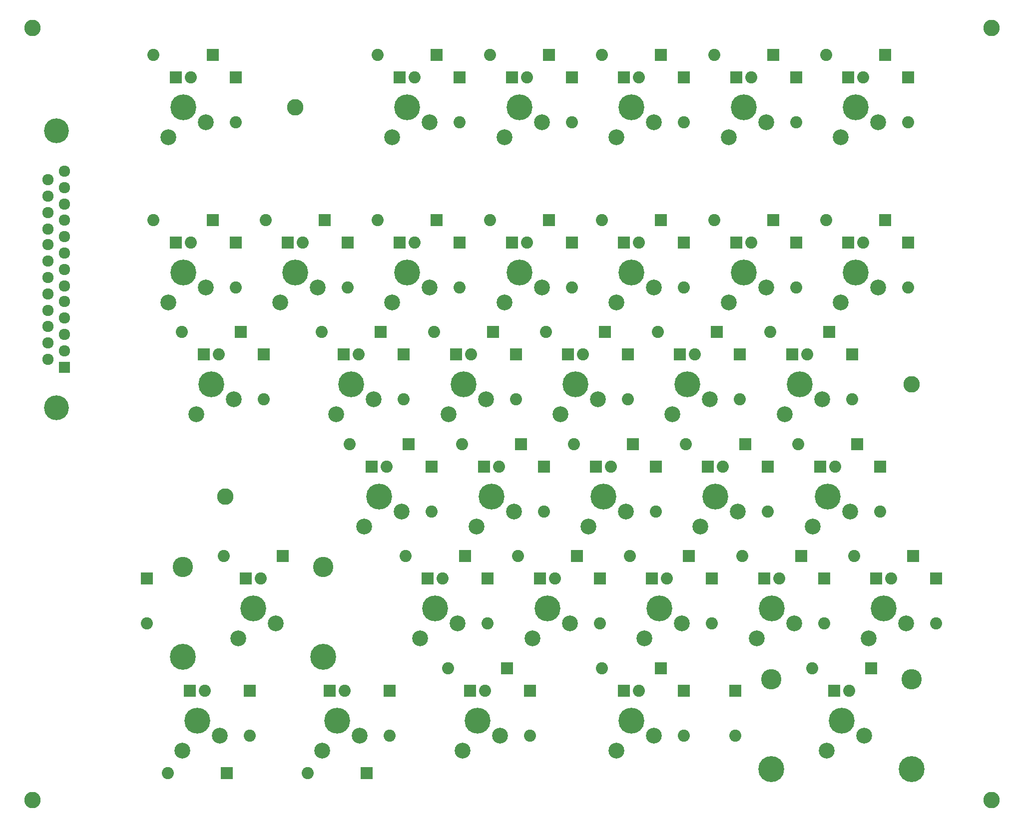
<source format=gbr>
G04 #@! TF.FileFunction,Soldermask,Top*
%FSLAX46Y46*%
G04 Gerber Fmt 4.6, Leading zero omitted, Abs format (unit mm)*
G04 Created by KiCad (PCBNEW 4.0.7) date 01/13/18 22:59:49*
%MOMM*%
%LPD*%
G01*
G04 APERTURE LIST*
%ADD10C,0.100000*%
%ADD11C,4.210000*%
%ADD12R,1.924000X1.924000*%
%ADD13C,1.924000*%
%ADD14C,2.686000*%
%ADD15C,4.387800*%
%ADD16C,2.051000*%
%ADD17R,2.051000X2.051000*%
%ADD18C,4.400000*%
%ADD19C,3.450000*%
%ADD20C,2.800000*%
G04 APERTURE END LIST*
D10*
D11*
X7500000Y-21005000D03*
X7500000Y-67995000D03*
D12*
X8897000Y-61137000D03*
D13*
X8897000Y-58343000D03*
X8897000Y-55549000D03*
X8897000Y-52755000D03*
X8897000Y-49961000D03*
X8897000Y-47294000D03*
X8897000Y-44500000D03*
X8897000Y-41706000D03*
X8897000Y-38912000D03*
X8897000Y-36118000D03*
X8897000Y-33451000D03*
X8897000Y-30657000D03*
X8897000Y-27863000D03*
X6103000Y-59740000D03*
X6103000Y-56946000D03*
X6103000Y-54152000D03*
X6103000Y-51485000D03*
X6103000Y-48691000D03*
X6103000Y-45897000D03*
X6103000Y-43103000D03*
X6103000Y-40309000D03*
X6103000Y-37642000D03*
X6103000Y-34848000D03*
X6103000Y-32054000D03*
X6103000Y-29260000D03*
D14*
X26460000Y-22080000D03*
X32810000Y-19540000D03*
D15*
X29000000Y-17000000D03*
D16*
X37890000Y-19540000D03*
D17*
X37890000Y-11920000D03*
D16*
X30270000Y-11920000D03*
D17*
X27730000Y-11920000D03*
X34000000Y-8110000D03*
D16*
X24000000Y-8110000D03*
D14*
X64460000Y-22080000D03*
X70810000Y-19540000D03*
D15*
X67000000Y-17000000D03*
D16*
X75890000Y-19540000D03*
D17*
X75890000Y-11920000D03*
D16*
X68270000Y-11920000D03*
D17*
X65730000Y-11920000D03*
X72000000Y-8110000D03*
D16*
X62000000Y-8110000D03*
D14*
X83460000Y-22080000D03*
X89810000Y-19540000D03*
D15*
X86000000Y-17000000D03*
D16*
X94890000Y-19540000D03*
D17*
X94890000Y-11920000D03*
D16*
X87270000Y-11920000D03*
D17*
X84730000Y-11920000D03*
X91000000Y-8110000D03*
D16*
X81000000Y-8110000D03*
D14*
X102460000Y-22080000D03*
X108810000Y-19540000D03*
D15*
X105000000Y-17000000D03*
D16*
X113890000Y-19540000D03*
D17*
X113890000Y-11920000D03*
D16*
X106270000Y-11920000D03*
D17*
X103730000Y-11920000D03*
X110000000Y-8110000D03*
D16*
X100000000Y-8110000D03*
D14*
X121460000Y-22080000D03*
X127810000Y-19540000D03*
D15*
X124000000Y-17000000D03*
D16*
X132890000Y-19540000D03*
D17*
X132890000Y-11920000D03*
D16*
X125270000Y-11920000D03*
D17*
X122730000Y-11920000D03*
X129000000Y-8110000D03*
D16*
X119000000Y-8110000D03*
D14*
X140460000Y-22080000D03*
X146810000Y-19540000D03*
D15*
X143000000Y-17000000D03*
D16*
X151890000Y-19540000D03*
D17*
X151890000Y-11920000D03*
D16*
X144270000Y-11920000D03*
D17*
X141730000Y-11920000D03*
X148000000Y-8110000D03*
D16*
X138000000Y-8110000D03*
D14*
X45460000Y-50080000D03*
X51810000Y-47540000D03*
D15*
X48000000Y-45000000D03*
D16*
X56890000Y-47540000D03*
D17*
X56890000Y-39920000D03*
D16*
X49270000Y-39920000D03*
D17*
X46730000Y-39920000D03*
X53000000Y-36110000D03*
D16*
X43000000Y-36110000D03*
D14*
X64460000Y-50080000D03*
X70810000Y-47540000D03*
D15*
X67000000Y-45000000D03*
D16*
X75890000Y-47540000D03*
D17*
X75890000Y-39920000D03*
D16*
X68270000Y-39920000D03*
D17*
X65730000Y-39920000D03*
X72000000Y-36110000D03*
D16*
X62000000Y-36110000D03*
D14*
X83460000Y-50080000D03*
X89810000Y-47540000D03*
D15*
X86000000Y-45000000D03*
D16*
X94890000Y-47540000D03*
D17*
X94890000Y-39920000D03*
D16*
X87270000Y-39920000D03*
D17*
X84730000Y-39920000D03*
X91000000Y-36110000D03*
D16*
X81000000Y-36110000D03*
D14*
X102460000Y-50080000D03*
X108810000Y-47540000D03*
D15*
X105000000Y-45000000D03*
D16*
X113890000Y-47540000D03*
D17*
X113890000Y-39920000D03*
D16*
X106270000Y-39920000D03*
D17*
X103730000Y-39920000D03*
X110000000Y-36110000D03*
D16*
X100000000Y-36110000D03*
D14*
X121460000Y-50080000D03*
X127810000Y-47540000D03*
D15*
X124000000Y-45000000D03*
D16*
X132890000Y-47540000D03*
D17*
X132890000Y-39920000D03*
D16*
X125270000Y-39920000D03*
D17*
X122730000Y-39920000D03*
X129000000Y-36110000D03*
D16*
X119000000Y-36110000D03*
D14*
X140460000Y-50080000D03*
X146810000Y-47540000D03*
D15*
X143000000Y-45000000D03*
D16*
X151890000Y-47540000D03*
D17*
X151890000Y-39920000D03*
D16*
X144270000Y-39920000D03*
D17*
X141730000Y-39920000D03*
X148000000Y-36110000D03*
D16*
X138000000Y-36110000D03*
D14*
X59710000Y-88080000D03*
X66060000Y-85540000D03*
D15*
X62250000Y-83000000D03*
D16*
X71140000Y-85540000D03*
D17*
X71140000Y-77920000D03*
D16*
X63520000Y-77920000D03*
D17*
X60980000Y-77920000D03*
X67250000Y-74110000D03*
D16*
X57250000Y-74110000D03*
D14*
X145210000Y-107080000D03*
X151560000Y-104540000D03*
D15*
X147750000Y-102000000D03*
D16*
X156640000Y-104540000D03*
D17*
X156640000Y-96920000D03*
D16*
X149020000Y-96920000D03*
D17*
X146480000Y-96920000D03*
X152750000Y-93110000D03*
D16*
X142750000Y-93110000D03*
D14*
X107210000Y-107080000D03*
X113560000Y-104540000D03*
D15*
X109750000Y-102000000D03*
D16*
X118640000Y-104540000D03*
D17*
X118640000Y-96920000D03*
D16*
X111020000Y-96920000D03*
D17*
X108480000Y-96920000D03*
X114750000Y-93110000D03*
D16*
X104750000Y-93110000D03*
D14*
X97710000Y-88080000D03*
X104060000Y-85540000D03*
D15*
X100250000Y-83000000D03*
D16*
X109140000Y-85540000D03*
D17*
X109140000Y-77920000D03*
D16*
X101520000Y-77920000D03*
D17*
X98980000Y-77920000D03*
X105250000Y-74110000D03*
D16*
X95250000Y-74110000D03*
D14*
X92960000Y-69080000D03*
X99310000Y-66540000D03*
D15*
X95500000Y-64000000D03*
D16*
X104390000Y-66540000D03*
D17*
X104390000Y-58920000D03*
D16*
X96770000Y-58920000D03*
D17*
X94230000Y-58920000D03*
X100500000Y-55110000D03*
D16*
X90500000Y-55110000D03*
D14*
X116710000Y-88080000D03*
X123060000Y-85540000D03*
D15*
X119250000Y-83000000D03*
D16*
X128140000Y-85540000D03*
D17*
X128140000Y-77920000D03*
D16*
X120520000Y-77920000D03*
D17*
X117980000Y-77920000D03*
X124250000Y-74110000D03*
D16*
X114250000Y-74110000D03*
D14*
X135710000Y-88080000D03*
X142060000Y-85540000D03*
D15*
X138250000Y-83000000D03*
D16*
X147140000Y-85540000D03*
D17*
X147140000Y-77920000D03*
D16*
X139520000Y-77920000D03*
D17*
X136980000Y-77920000D03*
X143250000Y-74110000D03*
D16*
X133250000Y-74110000D03*
D14*
X54960000Y-69080000D03*
X61310000Y-66540000D03*
D15*
X57500000Y-64000000D03*
D16*
X66390000Y-66540000D03*
D17*
X66390000Y-58920000D03*
D16*
X58770000Y-58920000D03*
D17*
X56230000Y-58920000D03*
X62500000Y-55110000D03*
D16*
X52500000Y-55110000D03*
D14*
X111960000Y-69080000D03*
X118310000Y-66540000D03*
D15*
X114500000Y-64000000D03*
D16*
X123390000Y-66540000D03*
D17*
X123390000Y-58920000D03*
D16*
X115770000Y-58920000D03*
D17*
X113230000Y-58920000D03*
X119500000Y-55110000D03*
D16*
X109500000Y-55110000D03*
D14*
X78710000Y-88080000D03*
X85060000Y-85540000D03*
D15*
X81250000Y-83000000D03*
D16*
X90140000Y-85540000D03*
D17*
X90140000Y-77920000D03*
D16*
X82520000Y-77920000D03*
D17*
X79980000Y-77920000D03*
X86250000Y-74110000D03*
D16*
X76250000Y-74110000D03*
D14*
X130960000Y-69080000D03*
X137310000Y-66540000D03*
D15*
X133500000Y-64000000D03*
D16*
X142390000Y-66540000D03*
D17*
X142390000Y-58920000D03*
D16*
X134770000Y-58920000D03*
D17*
X132230000Y-58920000D03*
X138500000Y-55110000D03*
D16*
X128500000Y-55110000D03*
D14*
X126210000Y-107080000D03*
X132560000Y-104540000D03*
D15*
X128750000Y-102000000D03*
D16*
X137640000Y-104540000D03*
D17*
X137640000Y-96920000D03*
D16*
X130020000Y-96920000D03*
D17*
X127480000Y-96920000D03*
X133750000Y-93110000D03*
D16*
X123750000Y-93110000D03*
D14*
X73960000Y-69080000D03*
X80310000Y-66540000D03*
D15*
X76500000Y-64000000D03*
D16*
X85390000Y-66540000D03*
D17*
X85390000Y-58920000D03*
D16*
X77770000Y-58920000D03*
D17*
X75230000Y-58920000D03*
X81500000Y-55110000D03*
D16*
X71500000Y-55110000D03*
D14*
X88210000Y-107080000D03*
X94560000Y-104540000D03*
D15*
X90750000Y-102000000D03*
D16*
X99640000Y-104540000D03*
D17*
X99640000Y-96920000D03*
D16*
X92020000Y-96920000D03*
D17*
X89480000Y-96920000D03*
X95750000Y-93110000D03*
D16*
X85750000Y-93110000D03*
D14*
X69210000Y-107080000D03*
X75560000Y-104540000D03*
D15*
X71750000Y-102000000D03*
D16*
X80640000Y-104540000D03*
D17*
X80640000Y-96920000D03*
D16*
X73020000Y-96920000D03*
D17*
X70480000Y-96920000D03*
X76750000Y-93110000D03*
D16*
X66750000Y-93110000D03*
D14*
X76335000Y-126080000D03*
X82685000Y-123540000D03*
D15*
X78875000Y-121000000D03*
D16*
X87765000Y-123540000D03*
D17*
X87765000Y-115920000D03*
D16*
X80145000Y-115920000D03*
D17*
X77605000Y-115920000D03*
X83875000Y-112110000D03*
D16*
X73875000Y-112110000D03*
D14*
X28835000Y-126080000D03*
X35185000Y-123540000D03*
D15*
X31375000Y-121000000D03*
D16*
X40265000Y-123540000D03*
D17*
X40265000Y-115920000D03*
D16*
X32645000Y-115920000D03*
D17*
X30105000Y-115920000D03*
X36375000Y-129890000D03*
D16*
X26375000Y-129890000D03*
D14*
X102460000Y-126080000D03*
X108810000Y-123540000D03*
D15*
X105000000Y-121000000D03*
D16*
X113890000Y-123540000D03*
D17*
X113890000Y-115920000D03*
D16*
X106270000Y-115920000D03*
D17*
X103730000Y-115920000D03*
X110000000Y-112110000D03*
D16*
X100000000Y-112110000D03*
D14*
X38335000Y-107080000D03*
X44685000Y-104540000D03*
D15*
X40875000Y-102000000D03*
D16*
X22875000Y-104540000D03*
D17*
X22875000Y-96920000D03*
D16*
X42145000Y-96920000D03*
D17*
X39605000Y-96920000D03*
X45875000Y-93110000D03*
D16*
X35875000Y-93110000D03*
D18*
X52775000Y-110240000D03*
D19*
X52775000Y-95000000D03*
D18*
X28975000Y-110240000D03*
D19*
X28975000Y-95000000D03*
D14*
X138085000Y-126080000D03*
X144435000Y-123540000D03*
D15*
X140625000Y-121000000D03*
D16*
X122625000Y-123540000D03*
D17*
X122625000Y-115920000D03*
D16*
X141895000Y-115920000D03*
D17*
X139355000Y-115920000D03*
X145625000Y-112110000D03*
D16*
X135625000Y-112110000D03*
D18*
X152525000Y-129240000D03*
D19*
X152525000Y-114000000D03*
D18*
X128725000Y-129240000D03*
D19*
X128725000Y-114000000D03*
D14*
X52585000Y-126080000D03*
X58935000Y-123540000D03*
D15*
X55125000Y-121000000D03*
D16*
X64015000Y-123540000D03*
D17*
X64015000Y-115920000D03*
D16*
X56395000Y-115920000D03*
D17*
X53855000Y-115920000D03*
X60125000Y-129890000D03*
D16*
X50125000Y-129890000D03*
D14*
X31210000Y-69080000D03*
X37560000Y-66540000D03*
D15*
X33750000Y-64000000D03*
D16*
X42640000Y-66540000D03*
D17*
X42640000Y-58920000D03*
D16*
X35020000Y-58920000D03*
D17*
X32480000Y-58920000D03*
X38750000Y-55110000D03*
D16*
X28750000Y-55110000D03*
D14*
X26460000Y-50080000D03*
X32810000Y-47540000D03*
D15*
X29000000Y-45000000D03*
D16*
X37890000Y-47540000D03*
D17*
X37890000Y-39920000D03*
D16*
X30270000Y-39920000D03*
D17*
X27730000Y-39920000D03*
X34000000Y-36110000D03*
D16*
X24000000Y-36110000D03*
D20*
X3500000Y-3500000D03*
X166000000Y-134500000D03*
X3500000Y-134500000D03*
X166000000Y-3500000D03*
X152500000Y-64000000D03*
X48000000Y-17000000D03*
X36125000Y-83000000D03*
M02*

</source>
